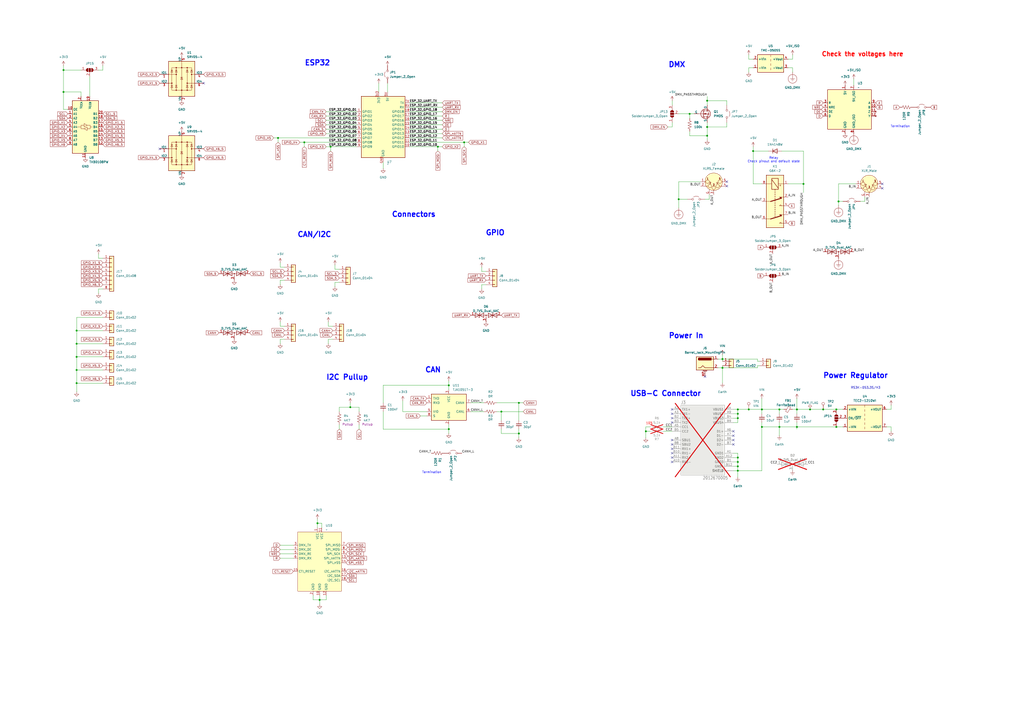
<source format=kicad_sch>
(kicad_sch (version 20231120) (generator "eeschema") (generator_version "8.0")
  (paper "A2")
  (junction (at 436.88 87.63))
  (junction (at 44.45 207.01))
  (junction (at 254 85.09))
  (junction (at 466.09 106.68))
  (junction (at 400.05 66.04))
  (junction (at 452.12 237.49))
  (junction (at 427.99 242.57))
  (junction (at 269.24 82.55))
  (junction (at 184.15 303.53))
  (junction (at 427.99 270.51))
  (junction (at 485.14 247.65))
  (junction (at 191.77 85.09))
  (junction (at 300.99 233.68))
  (junction (at 36.83 40.64))
  (junction (at 462.28 237.49))
  (junction (at 441.96 247.65))
  (junction (at 44.45 214.63))
  (junction (at 486.41 116.84))
  (junction (at 427.99 237.49))
  (junction (at 260.35 248.92))
  (junction (at 462.28 247.65))
  (junction (at 410.21 73.66))
  (junction (at 203.2 236.22))
  (junction (at 469.9 237.49))
  (junction (at 485.14 237.49))
  (junction (at 452.12 247.65))
  (junction (at 427.99 240.03))
  (junction (at 374.65 250.19))
  (junction (at 434.34 237.49))
  (junction (at 36.83 53.34))
  (junction (at 300.99 251.46))
  (junction (at 161.29 80.01))
  (junction (at 441.96 237.49))
  (junction (at 410.21 58.42))
  (junction (at 44.45 199.39))
  (junction (at 419.1 208.28))
  (junction (at 44.45 222.25))
  (junction (at 427.99 267.97))
  (junction (at 290.83 238.76))
  (junction (at 260.35 223.52))
  (junction (at 44.45 191.77))
  (junction (at 427.99 265.43))
  (junction (at 393.7 115.57))
  (junction (at 427.99 273.05))
  (junction (at 419.1 213.36))
  (junction (at 185.42 347.98))
  (junction (at 477.52 237.49))
  (junction (at 176.53 82.55))
  (junction (at 410.21 78.74))
  (no_connect (at 425.45 255.27))
  (no_connect (at 389.89 237.49))
  (no_connect (at 425.45 257.81))
  (no_connect (at 511.81 109.22))
  (no_connect (at 118.11 48.26))
  (no_connect (at 389.89 242.57))
  (no_connect (at 421.64 107.95))
  (no_connect (at 389.89 240.03))
  (no_connect (at 389.89 257.81))
  (no_connect (at 421.64 105.41))
  (no_connect (at 389.89 255.27))
  (no_connect (at 511.81 106.68))
  (no_connect (at 92.71 86.36))
  (no_connect (at 389.89 260.35))
  (no_connect (at 389.89 245.11))
  (no_connect (at 389.89 267.97))
  (no_connect (at 408.94 218.44))
  (no_connect (at 389.89 265.43))
  (no_connect (at 425.45 250.19))
  (no_connect (at 389.89 262.89))
  (no_connect (at 425.45 252.73))
  (wire (pts (xy 485.14 247.65) (xy 488.95 247.65)))
  (wire (pts (xy 427.99 262.89) (xy 427.99 265.43)))
  (wire (pts (xy 185.42 350.52) (xy 185.42 347.98)))
  (wire (pts (xy 237.49 80.01) (xy 256.54 80.01)))
  (wire (pts (xy 459.74 39.37) (xy 459.74 41.91)))
  (wire (pts (xy 279.4 165.1) (xy 279.4 167.64)))
  (wire (pts (xy 393.7 120.65) (xy 393.7 115.57)))
  (wire (pts (xy 441.96 245.11) (xy 441.96 247.65)))
  (wire (pts (xy 452.12 237.49) (xy 454.66 237.49)))
  (wire (pts (xy 57.15 147.32) (xy 57.15 149.86)))
  (wire (pts (xy 189.23 347.98) (xy 185.42 347.98)))
  (wire (pts (xy 441.96 247.65) (xy 441.96 273.05)))
  (wire (pts (xy 462.28 247.65) (xy 485.14 247.65)))
  (wire (pts (xy 486.41 106.68) (xy 486.41 116.84)))
  (wire (pts (xy 280.67 238.76) (xy 273.05 238.76)))
  (wire (pts (xy 419.1 208.28) (xy 419.1 209.55)))
  (wire (pts (xy 191.77 87.63) (xy 191.77 85.09)))
  (wire (pts (xy 44.45 207.01) (xy 59.69 207.01)))
  (wire (pts (xy 419.1 213.36) (xy 419.1 222.25)))
  (wire (pts (xy 441.96 240.03) (xy 441.96 237.49)))
  (wire (pts (xy 421.64 58.42) (xy 410.21 58.42)))
  (wire (pts (xy 44.45 184.15) (xy 44.45 191.77)))
  (wire (pts (xy 162.56 162.56) (xy 165.1 162.56)))
  (wire (pts (xy 36.83 63.5) (xy 36.83 53.34)))
  (wire (pts (xy 39.37 63.5) (xy 36.83 63.5)))
  (wire (pts (xy 247.65 241.3) (xy 243.84 241.3)))
  (wire (pts (xy 495.3 45.72) (xy 495.3 49.53)))
  (wire (pts (xy 393.7 115.57) (xy 393.7 105.41)))
  (wire (pts (xy 303.53 238.76) (xy 290.83 238.76)))
  (wire (pts (xy 452.12 245.11) (xy 452.12 247.65)))
  (wire (pts (xy 196.85 236.22) (xy 203.2 236.22)))
  (wire (pts (xy 176.53 85.09) (xy 176.53 82.55)))
  (wire (pts (xy 208.28 236.22) (xy 203.2 236.22)))
  (wire (pts (xy 427.99 273.05) (xy 441.96 273.05)))
  (wire (pts (xy 462.28 237.49) (xy 469.9 237.49)))
  (wire (pts (xy 186.69 306.07) (xy 186.69 303.53)))
  (wire (pts (xy 222.25 248.92) (xy 260.35 248.92)))
  (wire (pts (xy 466.09 106.68) (xy 457.2 106.68)))
  (wire (pts (xy 162.56 165.1) (xy 162.56 162.56)))
  (wire (pts (xy 416.56 208.28) (xy 419.1 208.28)))
  (wire (pts (xy 425.45 267.97) (xy 427.99 267.97)))
  (wire (pts (xy 427.99 237.49) (xy 434.34 237.49)))
  (wire (pts (xy 208.28 238.76) (xy 208.28 236.22)))
  (wire (pts (xy 389.89 71.12) (xy 389.89 73.66)))
  (wire (pts (xy 501.65 116.84) (xy 501.65 114.3)))
  (wire (pts (xy 466.09 87.63) (xy 466.09 106.68)))
  (wire (pts (xy 36.83 53.34) (xy 46.99 53.34)))
  (wire (pts (xy 290.83 238.76) (xy 290.83 243.84)))
  (wire (pts (xy 44.45 222.25) (xy 44.45 227.33)))
  (wire (pts (xy 44.45 214.63) (xy 59.69 214.63)))
  (wire (pts (xy 477.52 237.49) (xy 485.14 237.49)))
  (wire (pts (xy 269.24 82.55) (xy 271.78 82.55)))
  (wire (pts (xy 496.57 106.68) (xy 486.41 106.68)))
  (wire (pts (xy 162.56 199.39) (xy 162.56 196.85)))
  (wire (pts (xy 237.49 69.85) (xy 256.54 69.85)))
  (wire (pts (xy 374.65 250.19) (xy 374.65 254)))
  (wire (pts (xy 400.05 66.04) (xy 400.05 68.58)))
  (wire (pts (xy 196.85 246.38) (xy 196.85 248.92)))
  (wire (pts (xy 434.34 34.29) (xy 434.34 31.75)))
  (wire (pts (xy 441.96 237.49) (xy 452.12 237.49)))
  (wire (pts (xy 46.99 53.34) (xy 46.99 55.88)))
  (wire (pts (xy 393.7 66.04) (xy 400.05 66.04)))
  (wire (pts (xy 36.83 40.64) (xy 46.99 40.64)))
  (wire (pts (xy 410.21 73.66) (xy 410.21 78.74)))
  (wire (pts (xy 459.74 237.49) (xy 462.28 237.49)))
  (wire (pts (xy 452.12 237.49) (xy 452.12 240.03)))
  (wire (pts (xy 190.5 199.39) (xy 190.5 196.85)))
  (wire (pts (xy 436.88 85.09) (xy 436.88 87.63)))
  (wire (pts (xy 203.2 236.22) (xy 203.2 233.68)))
  (wire (pts (xy 427.99 270.51) (xy 427.99 273.05)))
  (wire (pts (xy 162.56 318.77) (xy 170.18 318.77)))
  (wire (pts (xy 44.45 207.01) (xy 44.45 214.63)))
  (wire (pts (xy 162.56 196.85) (xy 165.1 196.85)))
  (wire (pts (xy 290.83 238.76) (xy 288.29 238.76)))
  (wire (pts (xy 434.34 237.49) (xy 441.96 237.49)))
  (wire (pts (xy 436.88 87.63) (xy 436.88 106.68)))
  (wire (pts (xy 393.7 115.57) (xy 398.78 115.57)))
  (wire (pts (xy 222.25 238.76) (xy 222.25 248.92)))
  (wire (pts (xy 486.41 116.84) (xy 488.95 116.84)))
  (wire (pts (xy 162.56 186.69) (xy 162.56 189.23)))
  (wire (pts (xy 57.15 149.86) (xy 59.69 149.86)))
  (wire (pts (xy 237.49 85.09) (xy 254 85.09)))
  (wire (pts (xy 279.4 165.1) (xy 281.94 165.1)))
  (wire (pts (xy 44.45 199.39) (xy 44.45 207.01)))
  (wire (pts (xy 439.42 212.09) (xy 439.42 213.36)))
  (wire (pts (xy 162.56 189.23) (xy 165.1 189.23)))
  (wire (pts (xy 186.69 303.53) (xy 184.15 303.53)))
  (wire (pts (xy 290.83 251.46) (xy 300.99 251.46)))
  (wire (pts (xy 389.89 73.66) (xy 387.35 73.66)))
  (wire (pts (xy 374.65 247.65) (xy 377.19 247.65)))
  (wire (pts (xy 237.49 59.69) (xy 256.54 59.69)))
  (wire (pts (xy 194.31 153.67) (xy 194.31 156.21)))
  (wire (pts (xy 421.64 73.66) (xy 410.21 73.66)))
  (wire (pts (xy 439.42 209.55) (xy 439.42 208.28)))
  (wire (pts (xy 44.45 214.63) (xy 44.45 222.25)))
  (wire (pts (xy 36.83 38.1) (xy 36.83 40.64)))
  (wire (pts (xy 441.96 247.65) (xy 452.12 247.65)))
  (wire (pts (xy 440.69 209.55) (xy 439.42 209.55)))
  (wire (pts (xy 237.49 77.47) (xy 256.54 77.47)))
  (wire (pts (xy 237.49 72.39) (xy 256.54 72.39)))
  (wire (pts (xy 59.69 38.1) (xy 59.69 40.64)))
  (wire (pts (xy 237.49 64.77) (xy 256.54 64.77)))
  (wire (pts (xy 300.99 233.68) (xy 300.99 243.84)))
  (wire (pts (xy 421.64 71.12) (xy 421.64 73.66)))
  (wire (pts (xy 237.49 74.93) (xy 256.54 74.93)))
  (wire (pts (xy 189.23 77.47) (xy 207.01 77.47)))
  (wire (pts (xy 194.31 156.21) (xy 196.85 156.21)))
  (wire (pts (xy 189.23 67.31) (xy 207.01 67.31)))
  (wire (pts (xy 158.75 80.01) (xy 161.29 80.01)))
  (wire (pts (xy 59.69 191.77) (xy 44.45 191.77)))
  (wire (pts (xy 194.31 166.37) (xy 194.31 163.83)))
  (wire (pts (xy 190.5 186.69) (xy 190.5 189.23)))
  (wire (pts (xy 389.89 58.42) (xy 389.89 60.96)))
  (wire (pts (xy 425.45 262.89) (xy 427.99 262.89)))
  (wire (pts (xy 52.07 44.45) (xy 52.07 55.88)))
  (wire (pts (xy 181.61 347.98) (xy 181.61 345.44)))
  (wire (pts (xy 260.35 223.52) (xy 260.35 226.06)))
  (wire (pts (xy 452.12 247.65) (xy 452.12 252.73)))
  (wire (pts (xy 190.5 189.23) (xy 193.04 189.23)))
  (wire (pts (xy 514.35 247.65) (xy 516.89 247.65)))
  (wire (pts (xy 162.56 316.23) (xy 170.18 316.23)))
  (wire (pts (xy 36.83 40.64) (xy 36.83 53.34)))
  (wire (pts (xy 279.4 157.48) (xy 279.4 154.94)))
  (wire (pts (xy 459.74 34.29) (xy 459.74 31.75)))
  (wire (pts (xy 425.45 245.11) (xy 427.99 245.11)))
  (wire (pts (xy 457.2 34.29) (xy 459.74 34.29)))
  (wire (pts (xy 427.99 242.57) (xy 427.99 240.03)))
  (wire (pts (xy 254 85.09) (xy 256.54 85.09)))
  (wire (pts (xy 260.35 220.98) (xy 260.35 223.52)))
  (wire (pts (xy 44.45 222.25) (xy 59.69 222.25)))
  (wire (pts (xy 427.99 267.97) (xy 427.99 270.51)))
  (wire (pts (xy 237.49 62.23) (xy 256.54 62.23)))
  (wire (pts (xy 440.69 212.09) (xy 439.42 212.09)))
  (wire (pts (xy 427.99 240.03) (xy 427.99 237.49)))
  (wire (pts (xy 303.53 233.68) (xy 300.99 233.68)))
  (wire (pts (xy 161.29 80.01) (xy 207.01 80.01)))
  (wire (pts (xy 189.23 74.93) (xy 207.01 74.93)))
  (wire (pts (xy 419.1 212.09) (xy 419.1 213.36)))
  (wire (pts (xy 439.42 213.36) (xy 419.1 213.36)))
  (wire (pts (xy 421.64 60.96) (xy 421.64 58.42)))
  (wire (pts (xy 280.67 233.68) (xy 273.05 233.68)))
  (wire (pts (xy 425.45 273.05) (xy 427.99 273.05)))
  (wire (pts (xy 290.83 251.46) (xy 290.83 248.92)))
  (wire (pts (xy 400.05 76.2) (xy 400.05 78.74)))
  (wire (pts (xy 400.05 66.04) (xy 402.59 66.04)))
  (wire (pts (xy 57.15 170.18) (xy 57.15 167.64)))
  (wire (pts (xy 436.88 106.68) (xy 441.96 106.68)))
  (wire (pts (xy 189.23 64.77) (xy 207.01 64.77)))
  (wire (pts (xy 425.45 240.03) (xy 427.99 240.03)))
  (wire (pts (xy 393.7 105.41) (xy 406.4 105.41)))
  (wire (pts (xy 189.23 85.09) (xy 191.77 85.09)))
  (wire (pts (xy 57.15 167.64) (xy 59.69 167.64)))
  (wire (pts (xy 516.89 237.49) (xy 516.89 234.95)))
  (wire (pts (xy 59.69 40.64) (xy 57.15 40.64)))
  (wire (pts (xy 457.2 39.37) (xy 459.74 39.37)))
  (wire (pts (xy 222.25 97.79) (xy 222.25 93.98)))
  (wire (pts (xy 441.96 231.14) (xy 441.96 237.49)))
  (wire (pts (xy 184.15 303.53) (xy 184.15 306.07)))
  (wire (pts (xy 466.09 111.76) (xy 466.09 106.68)))
  (wire (pts (xy 374.65 247.65) (xy 374.65 250.19)))
  (wire (pts (xy 384.81 250.19) (xy 389.89 250.19)))
  (wire (pts (xy 208.28 246.38) (xy 208.28 248.92)))
  (wire (pts (xy 411.48 115.57) (xy 408.94 115.57)))
  (wire (pts (xy 436.88 34.29) (xy 434.34 34.29)))
  (wire (pts (xy 247.65 238.76) (xy 233.68 238.76)))
  (wire (pts (xy 237.49 67.31) (xy 256.54 67.31)))
  (wire (pts (xy 185.42 345.44) (xy 185.42 347.98)))
  (wire (pts (xy 300.99 251.46) (xy 300.99 254)))
  (wire (pts (xy 189.23 345.44) (xy 189.23 347.98)))
  (wire (pts (xy 191.77 85.09) (xy 207.01 85.09)))
  (wire (pts (xy 425.45 242.57) (xy 427.99 242.57)))
  (wire (pts (xy 279.4 157.48) (xy 281.94 157.48)))
  (wire (pts (xy 427.99 265.43) (xy 427.99 267.97)))
  (wire (pts (xy 486.41 119.38) (xy 486.41 116.84)))
  (wire (pts (xy 184.15 300.99) (xy 184.15 303.53)))
  (wire (pts (xy 410.21 58.42) (xy 410.21 60.96)))
  (wire (pts (xy 384.81 247.65) (xy 389.89 247.65)))
  (wire (pts (xy 427.99 273.05) (xy 427.99 276.86)))
  (wire (pts (xy 194.31 163.83) (xy 196.85 163.83)))
  (wire (pts (xy 189.23 72.39) (xy 207.01 72.39)))
  (wire (pts (xy 269.24 82.55) (xy 269.24 85.09)))
  (wire (pts (xy 419.1 208.28) (xy 439.42 208.28)))
  (wire (pts (xy 254 87.63) (xy 254 85.09)))
  (wire (pts (xy 427.99 245.11) (xy 427.99 242.57)))
  (wire (pts (xy 469.9 237.49) (xy 477.52 237.49)))
  (wire (pts (xy 162.56 321.31) (xy 170.18 321.31)))
  (wire (pts (xy 436.88 39.37) (xy 434.34 39.37)))
  (wire (pts (xy 300.99 248.92) (xy 300.99 251.46)))
  (wire (pts (xy 59.69 184.15) (xy 44.45 184.15)))
  (wire (pts (xy 516.89 247.65) (xy 516.89 250.19)))
  (wire (pts (xy 374.65 250.19) (xy 377.19 250.19)))
  (wire (pts (xy 260.35 251.46) (xy 260.35 248.92)))
  (wire (pts (xy 419.1 208.28) (xy 419.1 205.74)))
  (wire (pts (xy 400.05 78.74) (xy 410.21 78.74)))
  (wire (pts (xy 288.29 233.68) (xy 300.99 233.68)))
  (wire (pts (xy 452.12 247.65) (xy 462.28 247.65)))
  (wire (pts (xy 173.99 82.55) (xy 176.53 82.55)))
  (wire (pts (xy 434.34 39.37) (xy 434.34 41.91)))
  (wire (pts (xy 222.25 223.52) (xy 260.35 223.52)))
  (wire (pts (xy 410.21 55.88) (xy 410.21 58.42)))
  (wire (pts (xy 219.71 48.26) (xy 219.71 53.34)))
  (wire (pts (xy 436.88 87.63) (xy 445.77 87.63)))
  (wire (pts (xy 189.23 69.85) (xy 207.01 69.85)))
  (wire (pts (xy 224.79 48.26) (xy 224.79 53.34)))
  (wire (pts (xy 462.28 247.65) (xy 462.28 245.11)))
  (wire (pts (xy 185.42 347.98) (xy 181.61 347.98)))
  (wire (pts (xy 44.45 199.39) (xy 59.69 199.39)))
  (wire (pts (xy 499.11 116.84) (xy 501.65 116.84)))
  (wire (pts (xy 233.68 238.76) (xy 233.68 232.41)))
  (wire (pts (xy 425.45 265.43) (xy 427.99 265.43)))
  (wire (pts (xy 485.14 237.49) (xy 488.95 237.49)))
  (wire (pts (xy 260.35 248.92) (xy 260.35 246.38)))
  (wire (pts (xy 162.56 154.94) (xy 165.1 154.94)))
  (wire (pts (xy 196.85 238.76) (xy 196.85 236.22)))
  (wire (pts (xy 416.56 213.36) (xy 419.1 213.36)))
  (wire (pts (xy 410.21 71.12) (xy 410.21 73.66)))
  (wire (pts (xy 162.56 323.85) (xy 170.18 323.85)))
  (wire (pts (xy 462.28 237.49) (xy 462.28 240.03)))
  (wire (pts (xy 410.21 78.74) (xy 410.21 81.28)))
  (wire (pts (xy 269.24 82.55) (xy 237.49 82.55)))
  (wire (pts (xy 162.56 152.4) (xy 162.56 154.94)))
  (wire (pts (xy 462.28 247.65) (xy 462.28 248.92)))
  (wire (pts (xy 514.35 237.49) (xy 516.89 237.49)))
  (wire (pts (xy 453.39 87.63) (xy 466.09 87.63)))
  (wire (pts (xy 190.5 196.85) (xy 193.04 196.85)))
  (wire (pts (xy 425.45 237.49) (xy 427.99 237.49)))
  (wire (pts (xy 425.45 270.51) (xy 427.99 270.51)))
  (wire (pts (xy 44.45 191.77) (xy 44.45 199.39)))
  (wire (pts (xy 161.29 82.55) (xy 161.29 80.01)))
  (wire (pts (xy 176.53 82.55) (xy 207.01 82.55)))
  (wire (pts (xy 411.48 113.03) (xy 411.48 115.57)))
  (wire (pts (xy 222.25 233.68) (xy 222.25 223.52)))
  (wire (pts (xy 462.28 237.49) (xy 462.28 231.14)))
  (text "USB-C Connector" (at 365.506 230.124 0) (effects (font (size 3 3) (bold yes)) (justify left bottom)))
  (text "Connectors" (at 240.03 124.46 0) (effects (font (size 3 3) (thickness 0.6) (bold yes))))
  (text "CAN" (at 251.206 214.63 0) (effects (font (size 3 3) (thickness 0.6) (bold yes))))
  (text "10%" (at 374.65 246.38 0) (effects (font (size 1.27 1.27)) (justify left bottom)))
  (text "DMX" (at 392.684 37.592 0) (effects (font (size 3 3) (thickness 0.6) (bold yes))))
  (text "Termination" (at 250.444 274.066 0) (effects (font (size 1.27 1.27))))
  (text "RS3K-053.3S/H3" (at 502.158 225.044 0) (effects (font (size 1.27 1.27))))
  (text "Power In" (at 398.018 194.818 0) (effects (font (size 3 3) (thickness 0.6) (bold yes))))
  (text "Relay\nCheck pinout and default state" (at 448.818 92.71 0) (effects (font (size 1.27 1.27))))
  (text "Check the voltages here" (at 500.38 31.496 0) (effects (font (size 2.54 2.54) (thickness 0.508) (bold yes))))
  (text "ESP32" (at 184.15 36.576 0) (effects (font (size 3 3) (thickness 0.6) (bold yes))))
  (text "CAN/I2C" (at 182.372 136.144 0) (effects (font (size 3 3) (thickness 0.6) (bold yes))))
  (text "Termination" (at 522.224 73.406 0) (effects (font (size 1.27 1.27))))
  (text "I2C Pullup" (at 201.422 218.948 0) (effects (font (size 3 3) (thickness 0.6) (bold yes))))
  (text "GPIO" (at 287.274 135.128 0) (effects (font (size 3 3) (thickness 0.6) (bold yes))))
  (text "Power Regulator" (at 496.316 217.932 0) (effects (font (size 3 3) (thickness 0.6) (bold yes))))
  (label "DMX_PASSTHROUGH" (at 466.09 111.76 270))
  (label "ESP_32_GPIO_07" (at 207.01 80.01 180) (effects (font (bold yes))))
  (label "DMX_PASSTHROUGH" (at 410.21 55.88 180))
  (label "ESP_32_GPIO_14" (at 237.49 74.93 0) (effects (font (bold yes))))
  (label "CC2" (at 450.85 269.24 180))
  (label "B_OUT" (at 441.96 127 180))
  (label "A_IN" (at 457.2 114.3 0))
  (label "A_IN" (at 453.39 143.51 0))
  (label "ESP_32_GPIO_08" (at 207.01 82.55 180) (effects (font (bold yes))))
  (label "ESP_32_GPIO_15" (at 237.49 72.39 0) (effects (font (bold yes))))
  (label "CC1" (at 386.08 247.65 0))
  (label "ESP_32_GPIO_02" (at 207.01 67.31 180) (effects (font (bold yes))))
  (label "B_OUT" (at 448.31 163.83 270))
  (label "ESP_32_GPIO_06" (at 207.01 77.47 180) (effects (font (bold yes))))
  (label "ESP_32_GPIO_18" (at 237.49 64.77 0) (effects (font (bold yes))))
  (label "B_IN" (at 457.2 124.46 0))
  (label "CANH_L" (at 267.97 262.89 0))
  (label "ESP_32_GPIO_05" (at 207.01 74.93 180) (effects (font (bold yes))))
  (label "A_OUT" (at 441.96 116.84 180))
  (label "ESP_32_GPIO_11" (at 237.49 82.55 0) (effects (font (bold yes))))
  (label "ESP_32_GPIO_17" (at 237.49 67.31 0) (effects (font (bold yes))))
  (label "CC1" (at 468.63 269.24 0))
  (label "ESP_32_GPIO_09" (at 207.01 85.09 180) (effects (font (bold yes))))
  (label "A_OUT" (at 414.02 113.03 270))
  (label "A_IN" (at 504.19 114.3 270))
  (label "CANH_T" (at 273.05 233.68 0))
  (label "CANH_T" (at 250.19 262.89 180))
  (label "B_IN" (at 453.39 160.02 0))
  (label "CANH_L" (at 273.05 238.76 0))
  (label "CC2" (at 386.08 250.19 0))
  (label "A_OUT" (at 448.31 147.32 270))
  (label "ESP_32_GPIO_10" (at 237.49 85.09 0) (effects (font (bold yes))))
  (label "B_IN" (at 496.57 109.22 180))
  (label "B_OUT" (at 406.4 107.95 180))
  (label "ESP_32_GPIO_04" (at 207.01 72.39 180) (effects (font (bold yes))))
  (label "ESP_32_GPIO_13" (at 237.49 77.47 0) (effects (font (bold yes))))
  (label "ESP_32_UART_TX" (at 237.49 59.69 0) (effects (font (bold yes))))
  (label "B_OUT" (at 495.3 146.05 0))
  (label "ESP_32_GPIO_16" (at 237.49 69.85 0) (effects (font (bold yes))))
  (label "ESP_32_UART_RX" (at 237.49 62.23 0) (effects (font (bold yes))))
  (label "ESP_32_GPIO_01" (at 207.01 64.77 180) (effects (font (bold yes))))
  (label "ESP_32_GPIO_03" (at 207.01 69.85 180) (effects (font (bold yes))))
  (label "ESP_32_GPIO_12" (at 237.49 80.01 0) (effects (font (bold yes))))
  (label "A_OUT" (at 477.52 146.05 180))
  (global_label "CAN_RX" (shape input) (at 189.23 67.31 180) (property "Intersheetrefs" "${INTERSHEET_REFS}" (effects (hide yes))))
  (global_label "CAN_S" (shape input) (at 243.84 241.3 180) (property "Intersheetrefs" "${INTERSHEET_REFS}" (effects (hide yes))))
  (global_label "CANL" (shape input) (at 303.53 238.76 0) (property "Intersheetrefs" "${INTERSHEET_REFS}" (effects (hide yes))))
  (global_label "D" (shape input) (at 477.52 67.31 180) (property "Intersheetrefs" "${INTERSHEET_REFS}" (effects (hide yes))))
  (global_label "UART_RX" (shape input) (at 281.94 162.56 180) (property "Intersheetrefs" "${INTERSHEET_REFS}" (effects (hide yes))))
  (global_label "CANL" (shape input) (at 165.1 194.31 180) (property "Intersheetrefs" "${INTERSHEET_REFS}" (effects (hide yes))))
  (global_label "GPIO_X1" (shape input) (at 39.37 71.12 180) (property "Intersheetrefs" "${INTERSHEET_REFS}" (effects (hide yes))))
  (global_label "NRE" (shape input) (at 162.56 321.31 180) (property "Intersheetrefs" "${INTERSHEET_REFS}" (effects (hide yes))))
  (global_label "B" (shape input) (at 457.2 129.54 0) (property "Intersheetrefs" "${INTERSHEET_REFS}" (effects (hide yes))))
  (global_label "SDA" (shape input) (at 39.37 68.58 180) (property "Intersheetrefs" "${INTERSHEET_REFS}" (effects (hide yes))))
  (global_label "GPIO_X6_5" (shape input) (at 59.69 219.71 180) (property "Intersheetrefs" "${INTERSHEET_REFS}" (effects (hide yes))))
  (global_label "GPIO_X3_5" (shape input) (at 118.11 43.18 0) (property "Intersheetrefs" "${INTERSHEET_REFS}" (effects (hide yes))))
  (global_label "I2C_nATTN" (shape input) (at 200.66 331.47 0) (property "Intersheetrefs" "${INTERSHEET_REFS}" (effects (hide yes))))
  (global_label "SCL_5" (shape input) (at 144.78 158.75 0) (property "Intersheetrefs" "${INTERSHEET_REFS}" (effects (hide yes))))
  (global_label "SDA" (shape input) (at 189.23 72.39 180) (property "Intersheetrefs" "${INTERSHEET_REFS}" (effects (hide yes))))
  (global_label "GPIO_X3_5" (shape input) (at 59.69 157.48 180) (property "Intersheetrefs" "${INTERSHEET_REFS}" (effects (hide yes))))
  (global_label "SCL" (shape input) (at 200.66 336.55 0) (property "Intersheetrefs" "${INTERSHEET_REFS}" (effects (hide yes))))
  (global_label "SCL" (shape input) (at 39.37 66.04 180) (property "Intersheetrefs" "${INTERSHEET_REFS}" (effects (hide yes))))
  (global_label "GPIO_X2" (shape input) (at 256.54 85.09 0) (property "Intersheetrefs" "${INTERSHEET_REFS}" (effects (hide yes))))
  (global_label "DMX_EN" (shape input) (at 387.35 73.66 180) (property "Intersheetrefs" "${INTERSHEET_REFS}" (effects (hide yes))))
  (global_label "GPIO_X4" (shape input) (at 39.37 78.74 180) (property "Intersheetrefs" "${INTERSHEET_REFS}" (effects (hide yes))))
  (global_label "SDA_5" (shape input) (at 196.85 161.29 180) (property "Intersheetrefs" "${INTERSHEET_REFS}" (effects (hide yes))))
  (global_label "GPIO_X4_5" (shape input) (at 92.71 91.44 180) (property "Intersheetrefs" "${INTERSHEET_REFS}" (effects (hide yes))))
  (global_label "A" (shape input) (at 508 59.69 0) (property "Intersheetrefs" "${INTERSHEET_REFS}" (effects (hide yes))))
  (global_label "CTI_RESET" (shape input) (at 176.53 85.09 270) (property "Intersheetrefs" "${INTERSHEET_REFS}" (effects (hide yes))))
  (global_label "DE" (shape input) (at 256.54 72.39 0) (property "Intersheetrefs" "${INTERSHEET_REFS}" (effects (hide yes))))
  (global_label "SCL" (shape input) (at 189.23 69.85 180) (property "Intersheetrefs" "${INTERSHEET_REFS}" (effects (hide yes))))
  (global_label "GPIO_X5_5" (shape input) (at 59.69 81.28 0) (property "Intersheetrefs" "${INTERSHEET_REFS}" (effects (hide yes))))
  (global_label "CANH" (shape input) (at 193.04 191.77 180) (property "Intersheetrefs" "${INTERSHEET_REFS}" (effects (hide yes))))
  (global_label "B" (shape input) (at 539.75 62.23 0) (property "Intersheetrefs" "${INTERSHEET_REFS}" (effects (hide yes))))
  (global_label "R" (shape input) (at 256.54 67.31 0) (property "Intersheetrefs" "${INTERSHEET_REFS}" (effects (hide yes))))
  (global_label "GPIO_X2_5" (shape input) (at 59.69 154.94 180) (property "Intersheetrefs" "${INTERSHEET_REFS}" (effects (hide yes))))
  (global_label "SCL_5" (shape input) (at 196.85 158.75 180) (property "Intersheetrefs" "${INTERSHEET_REFS}" (effects (hide yes))))
  (global_label "CAN_S" (shape input) (at 189.23 74.93 180) (property "Intersheetrefs" "${INTERSHEET_REFS}" (effects (hide yes))))
  (global_label "GPIO_X4" (shape input) (at 173.99 82.55 180) (property "Intersheetrefs" "${INTERSHEET_REFS}" (effects (hide yes))))
  (global_label "SPI_nATTN" (shape input) (at 200.66 323.85 0) (property "Intersheetrefs" "${INTERSHEET_REFS}" (effects (hide yes))))
  (global_label "I2C_nATTN" (shape input) (at 256.54 80.01 0) (property "Intersheetrefs" "${INTERSHEET_REFS}" (effects (hide yes))))
  (global_label "SDA" (shape input) (at 200.66 334.01 0) (property "Intersheetrefs" "${INTERSHEET_REFS}" (effects (hide yes))))
  (global_label "SCL" (shape input) (at 208.28 248.92 270) (property "Intersheetrefs" "${INTERSHEET_REFS}" (effects (hide yes))))
  (global_label "CAN_TX" (shape input) (at 189.23 64.77 180) (property "Intersheetrefs" "${INTERSHEET_REFS}" (effects (hide yes))))
  (global_label "GPIO_X3_5" (shape input) (at 59.69 76.2 0) (property "Intersheetrefs" "${INTERSHEET_REFS}" (effects (hide yes))))
  (global_label "GPIO_X6_5" (shape input) (at 59.69 165.1 180) (property "Intersheetrefs" "${INTERSHEET_REFS}" (effects (hide yes))))
  (global_label "A" (shape input) (at 457.2 119.38 0) (property "Intersheetrefs" "${INTERSHEET_REFS}" (effects (hide yes))))
  (global_label "SPI_MISO" (shape input) (at 191.77 87.63 270) (property "Intersheetrefs" "${INTERSHEET_REFS}" (effects (hide yes))))
  (global_label "CANH" (shape input) (at 127 193.04 180) (property "Intersheetrefs" "${INTERSHEET_REFS}" (effects (hide yes))))
  (global_label "UART_TX" (shape input) (at 256.54 59.69 0) (property "Intersheetrefs" "${INTERSHEET_REFS}" (effects (hide yes))))
  (global_label "SPI_SCK" (shape input) (at 269.24 85.09 270) (property "Intersheetrefs" "${INTERSHEET_REFS}" (effects (hide yes))))
  (global_label "SDA_5" (shape input) (at 127 158.75 180) (property "Intersheetrefs" "${INTERSHEET_REFS}" (effects (hide yes))))
  (global_label "CAN_TX" (shape input) (at 247.65 231.14 180) (property "Intersheetrefs" "${INTERSHEET_REFS}" (effects (hide yes))))
  (global_label "R" (shape input) (at 477.52 59.69 180) (property "Intersheetrefs" "${INTERSHEET_REFS}" (effects (hide yes))))
  (global_label "GPIO_X2" (shape input) (at 39.37 73.66 180) (property "Intersheetrefs" "${INTERSHEET_REFS}" (effects (hide yes))))
  (global_label "GPIO_X4_5" (shape input) (at 59.69 78.74 0) (property "Intersheetrefs" "${INTERSHEET_REFS}" (effects (hide yes))))
  (global_label "B" (shape input) (at 443.23 160.02 180) (property "Intersheetrefs" "${INTERSHEET_REFS}" (effects (hide yes))))
  (global_label "UART_RX" (shape input) (at 273.05 182.88 180) (property "Intersheetrefs" "${INTERSHEET_REFS}" (effects (hide yes))))
  (global_label "CTI_RESET" (shape input) (at 170.18 331.47 180) (property "Intersheetrefs" "${INTERSHEET_REFS}" (effects (hide yes))))
  (global_label "UART_TX" (shape input) (at 281.94 160.02 180) (property "Intersheetrefs" "${INTERSHEET_REFS}" (effects (hide yes))))
  (global_label "GPIO_X5" (shape input) (at 39.37 81.28 180) (property "Intersheetrefs" "${INTERSHEET_REFS}" (effects (hide yes))))
  (global_label "R" (shape input) (at 162.56 323.85 180) (property "Intersheetrefs" "${INTERSHEET_REFS}" (effects (hide yes))))
  (global_label "GPIO_X1" (shape input) (at 271.78 82.55 0) (property "Intersheetrefs" "${INTERSHEET_REFS}" (effects (hide yes))))
  (global_label "GPIO_X1_5" (shape input) (at 92.71 48.26 180) (property "Intersheetrefs" "${INTERSHEET_REFS}" (effects (hide yes))))
  (global_label "UART_RX" (shape input) (at 256.54 62.23 0) (property "Intersheetrefs" "${INTERSHEET_REFS}" (effects (hide yes))))
  (global_label "A" (shape input) (at 521.97 62.23 180) (property "Intersheetrefs" "${INTERSHEET_REFS}" (effects (hide yes))))
  (global_label "GPIO_X6" (shape input) (at 189.23 77.47 180) (property "Intersheetrefs" "${INTERSHEET_REFS}" (effects (hide yes))))
  (global_label "CANH" (shape input) (at 165.1 191.77 180) (property "Intersheetrefs" "${INTERSHEET_REFS}" (effects (hide yes))))
  (global_label "GPIO_X1_5" (shape input) (at 59.69 71.12 0) (property "Intersheetrefs" "${INTERSHEET_REFS}" (effects (hide yes))))
  (global_label "GPIO_X2_5" (shape input) (at 92.71 43.18 180) (property "Intersheetrefs" "${INTERSHEET_REFS}" (effects (hide yes))))
  (global_label "GPIO_X6_5" (shape input) (at 118.11 86.36 0) (property "Intersheetrefs" "${INTERSHEET_REFS}" (effects (hide yes))))
  (global_label "SCL_5" (shape input) (at 165.1 157.48 180) (property "Intersheetrefs" "${INTERSHEET_REFS}" (effects (hide yes))))
  (global_label "SPI_MOSI" (shape input) (at 254 87.63 270) (property "Intersheetrefs" "${INTERSHEET_REFS}" (effects (hide yes))))
  (global_label "SPI_SCK" (shape input) (at 200.66 321.31 0) (property "Intersheetrefs" "${INTERSHEET_REFS}" (effects (hide yes))))
  (global_label "GPIO_X4_5" (shape input) (at 59.69 204.47 180) (property "Intersheetrefs" "${INTERSHEET_REFS}" (effects (hide yes))))
  (global_label "GPIO_X2_5" (shape input) (at 59.69 189.23 180) (property "Intersheetrefs" "${INTERSHEET_REFS}" (effects (hide yes))))
  (global_label "SPI_nATTN" (shape input) (at 256.54 77.47 0) (property "Intersheetrefs" "${INTERSHEET_REFS}" (effects (hide yes))))
  (global_label "SDA_5" (shape input) (at 59.69 68.58 0) (property "Intersheetrefs" "${INTERSHEET_REFS}" (effects (hide yes))))
  (global_label "DE" (shape input) (at 162.56 318.77 180) (property "Intersheetrefs" "${INTERSHEET_REFS}" (effects (hide yes))))
  (global_label "GPIO_X5_5" (shape input) (at 59.69 212.09 180) (property "Intersheetrefs" "${INTERSHEET_REFS}" (effects (hide yes))))
  (global_label "D" (shape input) (at 162.56 316.23 180) (property "Intersheetrefs" "${INTERSHEET_REFS}" (effects (hide yes))))
  (global_label "SPI_MISO" (shape input) (at 200.66 316.23 0) (property "Intersheetrefs" "${INTERSHEET_REFS}" (effects (hide yes))))
  (global_label "DMX_EN" (shape input) (at 256.54 64.77 0) (property "Intersheetrefs" "${INTERSHEET_REFS}" (effects (hide yes))))
  (global_label "CANH" (shape input) (at 303.53 233.68 0) (property "Intersheetrefs" "${INTERSHEET_REFS}" (effects (hide yes))))
  (global_label "NRE" (shape input) (at 477.52 62.23 180) (property "Intersheetrefs" "${INTERSHEET_REFS}" (effects (hide yes))))
  (global_label "UART_TX" (shape input) (at 290.83 182.88 0) (property "Intersheetrefs" "${INTERSHEET_REFS}" (effects (hide yes))))
  (global_label "GPIO_X3" (shape input) (at 39.37 76.2 180) (property "Intersheetrefs" "${INTERSHEET_REFS}" (effects (hide yes))))
  (global_label "D" (shape input) (at 256.54 74.93 0) (property "Intersheetrefs" "${INTERSHEET_REFS}" (effects (hide yes))))
  (global_label "DE" (shape input) (at 477.52 64.77 180) (property "Intersheetrefs" "${INTERSHEET_REFS}" (effects (hide yes))))
  (global_label "GPIO_X6_5" (shape input) (at 59.69 83.82 0) (property "Intersheetrefs" "${INTERSHEET_REFS}" (effects (hide yes))))
  (global_label "GPIO_X5_5" (shape input) (at 59.69 162.56 180) (property "Intersheetrefs" "${INTERSHEET_REFS}" (effects (hide yes))))
  (global_label "GPIO_X3" (shape input) (at 189.23 85.09 180) (property "Intersheetrefs" "${INTERSHEET_REFS}" (effects (hide yes))))
  (global_label "SDA_5" (shape input) (at 165.1 160.02 180) (property "Intersheetrefs" "${INTERSHEET_REFS}" (effects (hide yes))))
  (global_label "CANL" (shape input) (at 144.78 193.04 0) (property "Intersheetrefs" "${INTERSHEET_REFS}" (effects (hide yes))))
  (global_label "CANL" (shape input) (at 193.04 194.31 180) (property "Intersheetrefs" "${INTERSHEET_REFS}" (effects (hide yes))))
  (global_label "SPI_nSS" (shape input) (at 161.29 82.55 270) (property "Intersheetrefs" "${INTERSHEET_REFS}" (effects (hide yes))))
  (global_label "GPIO_X6" (shape input) (at 39.37 83.82 180) (property "Intersheetrefs" "${INTERSHEET_REFS}" (effects (hide yes))))
  (global_label "GPIO_X4_5" (shape input) (at 59.69 160.02 180) (property "Intersheetrefs" "${INTERSHEET_REFS}" (effects (hide yes))))
  (global_label "SDA" (shape input) (at 196.85 248.92 270) (property "Intersheetrefs" "${INTERSHEET_REFS}" (effects (hide yes))))
  (global_label "CAN_RX" (shape input) (at 247.65 233.68 180) (property "Intersheetrefs" "${INTERSHEET_REFS}" (effects (hide yes))))
  (global_label "SPI_nSS" (shape input) (at 200.66 326.39 0) (property "Intersheetrefs" "${INTERSHEET_REFS}" (effects (hide yes))))
  (global_label "GPIO_X5" (shape input) (at 158.75 80.01 180) (property "Intersheetrefs" "${INTERSHEET_REFS}" (effects (hide yes))))
  (global_label "A" (shape input) (at 443.23 143.51 180) (property "Intersheetrefs" "${INTERSHEET_REFS}" (effects (hide yes))))
  (global_label "GPIO_X3_5" (shape input) (at 59.69 196.85 180) (property "Intersheetrefs" "${INTERSHEET_REFS}" (effects (hide yes))))
  (global_label "SCL_5" (shape input) (at 59.69 66.04 0) (property "Intersheetrefs" "${INTERSHEET_REFS}" (effects (hide yes))))
  (global_label "GPIO_X5_5" (shape input) (at 118.11 91.44 0) (property "Intersheetrefs" "${INTERSHEET_REFS}" (effects (hide yes))))
  (global_label "GPIO_X1_5" (shape input) (at 59.69 181.61 180) (property "Intersheetrefs" "${INTERSHEET_REFS}" (effects (hide yes))))
  (global_label "NRE" (shape input) (at 256.54 69.85 0) (property "Intersheetrefs" "${INTERSHEET_REFS}" (effects (hide yes))))
  (global_label "GPIO_X1_5" (shape input) (at 59.69 152.4 180) (property "Intersheetrefs" "${INTERSHEET_REFS}" (effects (hide yes))))
  (global_label "GPIO_X2_5" (shape input) (at 59.69 73.66 0) (property "Intersheetrefs" "${INTERSHEET_REFS}" (effects (hide yes))))
  (global_label "SPI_MOSI" (shape input) (at 200.66 318.77 0) (property "Intersheetrefs" "${INTERSHEET_REFS}" (effects (hide yes))))
  (global_label "B" (shape input) (at 508 62.23 0) (property "Intersheetrefs" "${INTERSHEET_REFS}" (effects (hide yes))))
  (symbol (lib_id "Relay:G6K-2") (at 449.58 116.84 270) (unit 1)
    (property "Reference" "K1" (at 449.58 96.52 90))
    (property "Value" "G6K-2" (at 449.58 99.06 90))
    (property "Footprint" "Relay_SMD:Relay_DPDT_Omron_G6K-2F" (effects (hide yes)))
    (property "Datasheet" "http://omronfs.omron.com/en_US/ecb/products/pdf/en-g6k.pdf" (effects (hide yes)))
    (property "Description" "Miniature 2-pole relay, Single-side Stable" (effects (hide yes)))
  )
  (symbol (lib_id "Jumper:Jumper_2_Open") (at 262.89 262.89 0) (unit 1) (exclude_from_sim yes)
    (property "Reference" "JP2" (at 264.1601 264.16 90) (effects (justify right)))
    (property "Value" "Jumper_2_Open" (at 261.6201 264.16 90) (effects (justify right)))
    (property "Footprint" "Jumper:SolderJumper-2_P1.3mm_Open_RoundedPad1.0x1.5mm" (effects (hide yes)))
    (property "Description" "Jumper, 2-pole, open" (effects (hide yes)))
  )
  (symbol (lib_id "power:GND") (at 279.4 167.64 0) (unit 1)
    (property "Reference" "#PWR037" (effects (hide yes)))
    (property "Value" "GND" (at 279.4 172.72 0))
    (property "Description" "Power symbol creates a global label with name \"GND\" , ground" (effects (hide yes)))
  )
  (symbol (lib_id "power:+3V3") (at 233.68 232.41 0) (unit 1)
    (property "Reference" "#PWR051" (effects (hide yes)))
    (property "Value" "+3V3" (at 233.68 227.33 0))
    (property "Description" "Power symbol creates a global label with name \"+3V3\"" (effects (hide yes)))
  )
  (symbol (lib_id "Interface_CAN_LIN:TJA1051T-3") (at 260.35 236.22 0) (unit 1)
    (property "Reference" "U11" (at 262.5441 223.52 0) (effects (justify left)))
    (property "Value" "TJA1051T-3" (at 262.5441 226.06 0) (effects (justify left)))
    (property "Footprint" "Package_SO:SOIC-8_3.9x4.9mm_P1.27mm" (effects (hide yes)))
    (property "Datasheet" "http://www.nxp.com/docs/en/data-sheet/TJA1051.pdf" (effects (hide yes)))
    (property "Description" "High-Speed CAN Transceiver, separate VIO, silent mode, SOIC-8" (effects (hide yes)))
    (property "LCSC" "C5342108" (effects (hide yes)))
  )
  (symbol (lib_id "power:+5VA") (at 495.3 45.72 0) (unit 1)
    (property "Reference" "#PWR030" (effects (hide yes)))
    (property "Value" "+5V_ISO" (at 495.3 40.64 0))
    (property "Description" "Power symbol creates a global label with name \"+5VA\"" (effects (hide yes)))
  )
  (symbol (lib_id "power:+3V3") (at 516.89 234.95 0) (unit 1)
    (property "Reference" "#PWR010" (effects (hide yes)))
    (property "Value" "+3V3" (at 516.89 229.87 0))
    (property "Description" "Power symbol creates a global label with name \"+3V3\"" (effects (hide yes)))
  )
  (symbol (lib_id "power:GND") (at 281.94 186.69 0) (unit 1)
    (property "Reference" "#PWR042" (effects (hide yes)))
    (property "Value" "GND" (at 281.94 191.77 0))
    (property "Description" "Power symbol creates a global label with name \"GND\" , ground" (effects (hide yes)))
  )
  (symbol (lib_id "power:Earth") (at 459.74 273.05 0) (unit 1)
    (property "Reference" "#PWR026" (effects (hide yes)))
    (property "Value" "Earth" (at 459.74 278.13 0))
    (property "Description" "Power symbol creates a global label with name \"Earth\"" (effects (hide yes)))
  )
  (symbol (lib_id "Logic_LevelTranslator:TXB0108PW") (at 49.53 73.66 0) (unit 1)
    (property "Reference" "U8" (at 51.7241 91.44 0) (effects (justify left)))
    (property "Value" "TXB0108PW" (at 51.7241 93.98 0) (effects (justify left)))
    (property "Footprint" "Package_SO:TSSOP-20_4.4x6.5mm_P0.65mm" (effects (hide yes)))
    (property "Datasheet" "http://www.ti.com/lit/ds/symlink/txb0108.pdf" (effects (hide yes)))
    (property "Description" "8-Bit Bidirectional Voltage-Level Translator, Auto Direction Sensing and ±15-kV ESD Protection, 1.2 - 3.6V APort, 1.65 - 5.5V BPort, TSSOP-20" (effects (hide yes)))
  )
  (symbol (lib_id "power:GND") (at 516.89 250.19 0) (unit 1)
    (property "Reference" "#PWR011" (effects (hide yes)))
    (property "Value" "GND" (at 516.89 255.27 0))
    (property "Description" "Power symbol creates a global label with name \"GND\" , ground" (effects (hide yes)))
  )
  (symbol (lib_id "power:GND") (at 490.22 77.47 0) (unit 1)
    (property "Reference" "#PWR029" (effects (hide yes)))
    (property "Value" "GND" (at 490.22 82.55 0))
    (property "Description" "Power symbol creates a global label with name \"GND\" , ground" (effects (hide yes)))
  )
  (symbol (lib_id "Connector_Generic:Conn_01x02") (at 64.77 204.47 0) (unit 1)
    (property "Reference" "J13" (at 67.31 204.4699 0) (effects (justify left)))
    (property "Value" "Conn_01x02" (at 67.31 207.0099 0) (effects (justify left)))
    (property "Footprint" "MHCI:2060-452-998-404 Wago" (effects (hide yes)))
    (property "Description" "Generic connector, single row, 01x02, script generated (kicad-library-utils/schlib/autogen/connector/)" (effects (hide yes)))
  )
  (symbol (lib_id "power:GND") (at 49.53 91.44 0) (unit 1)
    (property "Reference" "#PWR027" (effects (hide yes)))
    (property "Value" "GND" (at 49.53 96.52 0))
    (property "Description" "Power symbol creates a global label with name \"GND\" , ground" (effects (hide yes)))
  )
  (symbol (lib_id "power:GND") (at 135.89 196.85 0) (unit 1)
    (property "Reference" "#PWR043" (effects (hide yes)))
    (property "Value" "GND" (at 135.89 201.93 0))
    (property "Description" "Power symbol creates a global label with name \"GND\" , ground" (effects (hide yes)))
  )
  (symbol (lib_id "Connector_Audio:XLR5_Ground") (at 414.02 105.41 0) (unit 1)
    (property "Reference" "J2" (at 414.02 95.25 0))
    (property "Value" "XLR5_Female" (at 414.02 97.79 0))
    (property "Footprint" "MHCI:Jack_XLR_Neutrik_NC5FAH_LR-DAE" (effects (hide yes)))
    (property "Description" "XLR Connector, Male or Female, 5 Pins, Discrete Ground Pin" (effects (hide yes)))
  )
  (symbol (lib_id "power:GND") (at 105.41 58.42 0) (unit 1)
    (property "Reference" "#PWR046" (effects (hide yes)))
    (property "Value" "GND" (at 105.41 63.5 0))
    (property "Description" "Power symbol creates a global label with name \"GND\" , ground" (effects (hide yes)))
  )
  (symbol (lib_id "Device:D_TVS_Dual_AAC") (at 459.74 269.24 0) (unit 1) (exclude_from_sim yes) (in_bom no) (on_board no) (dnp yes)
    (property "Reference" "D2" (at 459.74 264.16 0))
    (property "Value" "D_TVS_Dual_AAC" (at 459.74 266.7 0))
    (property "Footprint" "Package_TO_SOT_SMD:SOT-23" (effects (hide yes)))
    (property "Description" "Bidirectional dual transient-voltage-suppression diode, center on pin 3" (effects (hide yes)))
    (property "LCSC" "C32677" (effects (hide yes)))
  )
  (symbol (lib_id "power:GND") (at 162.56 199.39 0) (unit 1)
    (property "Reference" "#PWR055" (effects (hide yes)))
    (property "Value" "GND" (at 162.56 204.47 0))
    (property "Description" "Power symbol creates a global label with name \"GND\" , ground" (effects (hide yes)))
  )
  (symbol (lib_id "power:+5V") (at 190.5 186.69 0) (unit 1)
    (property "Reference" "#PWR056" (effects (hide yes)))
    (property "Value" "+5V" (at 190.5 181.61 0))
    (property "Description" "Power symbol creates a global label with name \"+5V\"" (effects (hide yes)))
  )
  (symbol (lib_id "Converter_DCDC:TEC2-1210WI") (at 501.65 242.57 0) (unit 1)
    (property "Reference" "U4" (at 501.65 229.87 0))
    (property "Value" "TEC2-1210WI" (at 501.65 232.41 0))
    (property "Footprint" "Converter_DCDC:Converter_DCDC_TRACO_TMR-xxxx_THT" (effects (hide yes)))
    (property "Datasheet" "https://www.tracopower.com/products/tec2wi.pdf" (effects (hide yes)))
    (property "Description" "500mA Regulated 2W DC/DC converter with 1.5kV isolation, 4.5V-18V input, 3.3V fixed Output Voltage, SIP-8" (effects (hide yes)))
  )
  (symbol (lib_id "Connector_Generic:Conn_01x02") (at 64.77 189.23 0) (unit 1)
    (property "Reference" "J11" (at 67.31 189.2299 0) (effects (justify left)))
    (property "Value" "Conn_01x02" (at 67.31 191.7699 0) (effects (justify left)))
    (property "Footprint" "MHCI:2060-452-998-404 Wago" (effects (hide yes)))
    (property "Description" "Generic connector, single row, 01x02, script generated (kicad-library-utils/schlib/autogen/connector/)" (effects (hide yes)))
  )
  (symbol (lib_id "Device:D_TVS_Dual_AAC") (at 135.89 193.04 0) (unit 1)
    (property "Reference" "D5" (at 135.89 187.96 0))
    (property "Value" "D_TVS_Dual_AAC" (at 135.89 190.5 0))
    (property "Footprint" "Package_TO_SOT_SMD:SOT-23" (effects (hide yes)))
    (property "Description" "Bidirectional dual transient-voltage-suppression diode, center on pin 3" (effects (hide yes)))
    (property "LCSC" "C32677" (effects (hide yes)))
  )
  (symbol (lib_id "Jumper:SolderJumper_3_Open") (at 448.31 160.02 0) (unit 1) (exclude_from_sim yes) (in_bom no)
    (property "Reference" "JP6" (at 448.31 153.67 0))
    (property "Value" "SolderJumper_3_Open" (at 448.31 156.21 0))
    (property "Footprint" "Jumper:SolderJumper-3_P1.3mm_Open_RoundedPad1.0x1.5mm" (effects (hide yes)))
    (property "Description" "Solder Jumper, 3-pole, open" (effects (hide yes)))
  )
  (symbol (lib_id "power:Earth") (at 419.1 222.25 0) (unit 1)
    (property "Reference" "#PWR025" (effects (hide yes)))
    (property "Value" "Earth" (at 419.1 227.33 0))
    (property "Description" "Power symbol creates a global label with name \"Earth\"" (effects (hide yes)))
  )
  (symbol (lib_id "Device:C_Small") (at 290.83 246.38 180) (unit 1)
    (property "Reference" "C2" (at 293.37 245.1035 0) (effects (justify right)))
    (property "Value" "30pF" (at 293.37 247.6435 0) (effects (justify right)))
    (property "Footprint" "Capacitor_SMD:C_0402_1005Metric" (effects (hide yes)))
    (property "Description" "Unpolarized capacitor, small symbol" (effects (hide yes)))
    (property "LCSC" "C1570" (effects (hide yes)))
  )
  (symbol (lib_id "Jumper:Jumper_2_Open") (at 403.86 115.57 0) (unit 1) (exclude_from_sim yes)
    (property "Reference" "JP3" (at 405.1301 116.84 90) (effects (justify right)))
    (property "Value" "Jumper_2_Open" (at 402.5901 116.84 90) (effects (justify right)))
    (property "Footprint" "Jumper:SolderJumper-2_P1.3mm_Open_RoundedPad1.0x1.5mm" (effects (hide yes)))
    (property "Description" "Jumper, 2-pole, open" (effects (hide yes)))
  )
  (symbol (lib_id "Jumper:SolderJumper_3_Open") (at 485.14 242.57 90) (unit 1) (exclude_from_sim yes) (in_bom no)
    (property "Reference" "JP14" (at 482.6 241.2999 90) (effects (justify left)))
    (property "Value" "SolderJumper_3_Open" (effects (hide yes)))
    (property "Footprint" "Jumper:SolderJumper-3_P1.3mm_Open_RoundedPad1.0x1.5mm" (effects (hide yes)))
    (property "Description" "Solder Jumper, 3-pole, open" (effects (hide yes)))
  )
  (symbol (lib_id "power:PWR_FLAG") (at 469.9 237.49 0) (unit 1)
    (property "Reference" "#FLG01" (effects (hide yes)))
    (property "Value" "PWR_FLAG" (at 469.9 233.68 0))
  )
  (symbol (lib_id "power:+3V3") (at 219.71 48.26 0) (unit 1)
    (property "Reference" "#PWR01" (effects (hide yes)))
    (property "Value" "+3V3" (at 219.71 43.18 0))
    (property "Description" "Power symbol creates a global label with name \"+3V3\"" (effects (hide yes)))
  )
  (symbol (lib_id "Connector:TestPoint") (at 434.34 237.49 0) (unit 1)
    (property "Reference" "TP1" (at 436.88 232.9179 0) (effects (justify left)))
    (property "Value" "VIN" (at 436.88 235.4579 0) (effects (justify left)))
    (property "Footprint" "TestPoint:TestPoint_Pad_D1.0mm" (effects (hide yes)))
    (property "Description" "test point" (effects (hide yes)))
  )
  (symbol (lib_id "Device:C_Small") (at 222.25 236.22 0) (unit 1)
    (property "Reference" "C1" (at 224.79 234.9562 0) (effects (justify left)))
    (property "Value" "100nF" (at 224.79 237.4962 0) (effects (justify left)))
    (property "Footprint" "Capacitor_SMD:C_0402_1005Metric" (effects (hide yes)))
    (property "Description" "Unpolarized capacitor, small symbol" (effects (hide yes)))
    (property "LCSC" "C1525" (effects (hide yes)))
  )
  (symbol (lib_id "power:+5V") (at 194.31 153.67 0) (unit 1)
    (property "Reference" "#PWR035" (effects (hide yes)))
    (property "Value" "+5V" (at 194.31 148.59 0))
    (property "Description" "Power symbol creates a global label with name \"+5V\"" (effects (hide yes)))
  )
  (symbol (lib_id "Connector_Generic:Conn_01x08") (at 64.77 157.48 0) (unit 1)
    (property "Reference" "J17" (at 67.31 157.4799 0) (effects (justify left)))
    (property "Value" "Conn_01x08" (at 67.31 160.0199 0) (effects (justify left)))
    (property "Footprint" "Connector_PinSocket_2.54mm:PinSocket_1x08_P2.54mm_Vertical" (effects (hide yes)))
    (property "Description" "Generic connector, single row, 01x08, script generated (kicad-library-utils/schlib/autogen/connector/)" (effects (hide yes)))
  )
  (symbol (lib_id "Connector_Generic:Conn_01x04") (at 201.93 158.75 0) (unit 1)
    (property "Reference" "J7" (at 204.47 158.7499 0) (effects (justify left)))
    (property "Value" "Conn_01x04" (at 204.47 161.2899 0) (effects (justify left)))
    (property "Footprint" "Connector_PinSocket_2.54mm:PinSocket_1x04_P2.54mm_Vertical" (effects (hide yes)))
    (property "Description" "Generic connector, single row, 01x04, script generated (kicad-library-utils/schlib/autogen/connector/)" (effects (hide yes)))
  )
  (symbol (lib_id "power:Earth") (at 427.99 276.86 0) (unit 1)
    (property "Reference" "#PWR021" (effects (hide yes)))
    (property "Value" "Earth" (at 427.99 281.94 0))
    (property "Description" "Power symbol creates a global label with name \"Earth\"" (effects (hide yes)))
  )
  (symbol (lib_id "Simulation_SPICE:PMOS") (at 407.67 66.04 0) (unit 1)
    (property "Reference" "Q1" (at 414.02 64.7699 0) (effects (justify left)))
    (property "Value" "PMOS" (at 414.02 67.3099 0) (effects (justify left)))
    (property "Footprint" "Package_TO_SOT_SMD:SOT-23" (effects (hide yes)))
    (property "Datasheet" "https://ngspice.sourceforge.io/docs/ngspice-html-manual/manual.xhtml#cha_MOSFETs" (effects (hide yes)))
    (property "Description" "P-MOSFET transistor, drain/source/gate" (effects (hide yes)))
    (property "Sim.Device" "PMOS" (effects (hide yes)))
    (property "Sim.Type" "VDMOS" (effects (hide yes)))
    (property "Sim.Pins" "1=D 2=G 3=S" (effects (hide yes)))
    (property "LCSC" "C10487" (effects (hide yes)))
  )
  (symbol (lib_id "Connector_Generic:Conn_01x04") (at 170.18 191.77 0) (unit 1)
    (property "Reference" "J16" (at 172.72 191.7699 0) (effects (justify left)))
    (property "Value" "Conn_01x04" (at 172.72 194.3099 0) (effects (justify left)))
    (property "Footprint" "Connector_PinSocket_2.54mm:PinSocket_1x04_P2.54mm_Vertical" (effects (hide yes)))
    (property "Description" "Generic connector, single row, 01x04, script generated (kicad-library-utils/schlib/autogen/connector/)" (effects (hide yes)))
  )
  (symbol (lib_id "Device:R_US") (at 381 250.19 270) (unit 1) (exclude_from_sim yes) (in_bom no) (on_board no) (dnp yes)
    (property "Reference" "R7" (at 381 254.762 90))
    (property "Value" "5.1k" (at 381 252.476 90))
    (property "Footprint" "Resistor_SMD:R_0603_1608Metric" (effects (hide yes)))
    (property "Description" "Rfbb" (effects (hide yes)))
    (property "LCSC" "C23186" (effects (hide yes)))
  )
  (symbol (lib_id "power:Earth_Protective") (at 393.7 120.65 0) (unit 1)
    (property "Reference" "#PWR016" (effects (hide yes)))
    (property "Value" "GND_DMX" (at 393.7 129.54 0))
    (property "Description" "Power symbol creates a global label with name \"Earth_Protective\"" (effects (hide yes)))
  )
  (symbol (lib_id "Device:D_TVS_Dual_AAC") (at 486.41 146.05 0) (unit 1)
    (property "Reference" "D4" (at 486.41 140.97 0))
    (property "Value" "D_TVS_Dual_AAC" (at 486.41 143.51 0))
    (property "Footprint" "Package_TO_SOT_SMD:SOT-23" (effects (hide yes)))
    (property "Description" "Bidirectional dual transient-voltage-suppression diode, center on pin 3" (effects (hide yes)))
    (property "LCSC" "C32677" (effects (hide yes)))
  )
  (symbol (lib_id "power:+5V") (at 105.41 33.02 0) (unit 1)
    (property "Reference" "#PWR041" (effects (hide yes)))
    (property "Value" "+5V" (at 105.41 27.94 0))
    (property "Description" "Power symbol creates a global label with name \"+5V\"" (effects (hide yes)))
  )
  (symbol (lib_id "power:GND") (at 260.35 251.46 0) (unit 1)
    (property "Reference" "#PWR05" (effects (hide yes)))
    (property "Value" "GND" (at 260.35 256.54 0))
    (property "Description" "Power symbol creates a global label with name \"GND\" , ground" (effects (hide yes)))
  )
  (symbol (lib_id "ESP32_Dev_Board-eagle-import:2012670005") (at 407.67 255.27 0) (unit 1) (exclude_from_sim yes) (in_bom no) (on_board no) (dnp yes)
    (property "Reference" "J3" (at 394.9491 234.4105 0) (effects (font (size 1.7809 1.5137)) (justify left bottom)))
    (property "Value" "2012670005" (at 407.6437 278.1774 0) (effects (font (size 1.7816 1.5143)) (justify left bottom)))
    (property "Footprint" "LandingLight:MOLEX_2012670005" (effects (hide yes)))
    (property "LCSC" "C565324" (effects (hide yes)))
  )
  (symbol (lib_id "power:VDC") (at 441.96 231.14 0) (unit 1)
    (property "Reference" "#PWR07" (effects (hide yes)))
    (property "Value" "VIN" (at 441.96 226.06 0))
    (property "Description" "Power symbol creates a global label with name \"VDC\"" (effects (hide yes)))
  )
  (symbol (lib_id "Connector_Generic:Conn_01x02") (at 445.77 209.55 0) (unit 1)
    (property "Reference" "J9" (at 448.31 209.5499 0) (effects (justify left)))
    (property "Value" "Conn_01x02" (at 448.31 212.0899 0) (effects (justify left)))
    (property "Footprint" "Connector_PinHeader_2.54mm:PinHeader_1x02_P2.54mm_Vertical" (effects (hide yes)))
    (property "Description" "Generic connector, single row, 01x02, script generated (kicad-library-utils/schlib/autogen/connector/)" (effects (hide yes)))
  )
  (symbol (lib_id "Jumper:SolderJumper_3_Open") (at 448.31 143.51 0) (unit 1) (exclude_from_sim yes) (in_bom no)
    (property "Reference" "JP5" (at 448.31 137.16 0))
    (property "Value" "SolderJumper_3_Open" (at 448.31 139.7 0))
    (property "Footprint" "Jumper:SolderJumper-3_P1.3mm_Open_RoundedPad1.0x1.5mm" (effects (hide yes)))
    (property "Description" "Solder Jumper, 3-pole, open" (effects (hide yes)))
  )
  (symbol (lib_id "Device:D") (at 449.58 87.63 0) (unit 1)
    (property "Reference" "D1" (at 449.58 81.28 0))
    (property "Value" "1N4148W" (at 449.58 83.82 0))
    (property "Footprint" "Diode_SMD:D_SOD-123" (effects (hide yes)))
    (property "Sim.Device" "D" (effects (hide yes)))
    (property "Sim.Pins" "1=K 2=A" (effects (hide yes)))
    (property "LCSC" "C2099" (effects (hide yes)))
  )
  (symbol (lib_id "power:GND") (at 162.56 165.1 0) (unit 1)
    (property "Reference" "#PWR034" (effects (hide yes)))
    (property "Value" "GND" (at 162.56 170.18 0))
    (property "Description" "Power symbol creates a global label with name \"GND\" , ground" (effects (hide yes)))
  )
  (symbol (lib_id "Device:C_Small") (at 452.12 242.57 180) (unit 1)
    (property "Reference" "C5" (at 454.66 241.9286 0) (effects (justify right)))
    (property "Value" "1uF" (at 454.66 244.4686 0) (effects (justify right)))
    (property "Footprint" "Capacitor_SMD:C_0402_1005Metric" (effects (hide yes)))
    (property "LCSC" "C52923" (effects (hide yes)))
  )
  (symbol (lib_id "Power_Protection:SRV05-4") (at 105.41 88.9 0) (unit 1)
    (property "Reference" "U9" (at 108.4265 73.66 0) (effects (justify left)))
    (property "Value" "SRV05-4" (at 108.4265 76.2 0) (effects (justify left)))
    (property "Footprint" "Package_TO_SOT_SMD:SOT-23-6" (effects (hide yes)))
    (property "Datasheet" "http://www.onsemi.com/pub/Collateral/SRV05-4-D.PDF" (effects (hide yes)))
    (property "Description" "ESD Protection Diodes with Low Clamping Voltage, SOT-23-6" (effects (hide yes)))
    (property "LCSC" "C85364" (effects (hide yes)))
  )
  (symbol (lib_id "power:GND") (at 185.42 350.52 0) (unit 1)
    (property "Reference" "#PWR053" (effects (hide yes)))
    (property "Value" "GND" (at 185.42 355.6 0))
    (property "Description" "Power symbol creates a global label with name \"GND\" , ground" (effects (hide yes)))
  )
  (symbol (lib_id "Jumper:Jumper_2_Open") (at 494.03 116.84 0) (unit 1) (exclude_from_sim yes)
    (property "Reference" "JP4" (at 495.3001 118.11 90) (effects (justify right)))
    (property "Value" "Jumper_2_Open" (at 492.7601 118.11 90) (effects (justify right)))
    (property "Footprint" "Jumper:SolderJumper-2_P1.3mm_Open_RoundedPad1.0x1.5mm" (effects (hide yes)))
    (property "Description" "Jumper, 2-pole, open" (effects (hide yes)))
  )
  (symbol (lib_id "power:+5V") (at 162.56 152.4 0) (unit 1)
    (property "Reference" "#PWR033" (effects (hide yes)))
    (property "Value" "+5V" (at 162.56 147.32 0))
    (property "Description" "Power symbol creates a global label with name \"+5V\"" (effects (hide yes)))
  )
  (symbol (lib_id "Device:R_US") (at 400.05 72.39 0) (unit 1)
    (property "Reference" "R8" (at 402.59 71.1199 0) (effects (justify left)))
    (property "Value" "100k" (at 402.59 73.6599 0) (effects (justify left)))
    (property "Footprint" "Resistor_SMD:R_0603_1608Metric" (effects (hide yes)))
    (property "Description" "Rfbb" (effects (hide yes)))
    (property "LCSC" "C25803" (effects (hide yes)))
  )
  (symbol (lib_id "Connector_Generic:Conn_01x02") (at 424.18 209.55 0) (unit 1)
    (property "Reference" "J5" (at 426.72 209.5499 0) (effects (justify left)))
    (property "Value" "Conn_01x02" (at 426.72 212.0899 0) (effects (justify left)))
    (property "Footprint" "TerminalBlock_Phoenix:TerminalBlock_Phoenix_MPT-0,5-2-2.54_1x02_P2.54mm_Horizontal" (effects (hide yes)))
    (property "Description" "Generic connector, single row, 01x02, script generated (kicad-library-utils/schlib/autogen/connector/)" (effects (hide yes)))
  )
  (symbol (lib_id "Jumper:SolderJumper_3_Open") (at 52.07 40.64 0) (unit 1) (exclude_from_sim yes) (in_bom no)
    (property "Reference" "JP15" (at 52.07 36.83 0))
    (property "Value" "SolderJumper_3_Open" (effects (hide yes)))
    (property "Footprint" "Jumper:SolderJumper-3_P1.3mm_Open_RoundedPad1.0x1.5mm" (effects (hide yes)))
    (property "Description" "Solder Jumper, 3-pole, open" (effects (hide yes)))
  )
  (symbol (lib_id "Jumper:Jumper_2_Open") (at 534.67 62.23 0) (unit 1) (exclude_from_sim yes)
    (property "Reference" "JP8" (at 535.9401 63.5 90) (effects (justify right)))
    (property "Value" "Jumper_2_Open" (at 533.4001 63.5 90) (effects (justify right)))
    (property "Footprint" "Jumper:SolderJumper-2_P1.3mm_Open_RoundedPad1.0x1.5mm" (effects (hide yes)))
    (property "Description" "Jumper, 2-pole, open" (effects (hide yes)))
  )
  (symbol (lib_id "power:Earth_Protective") (at 459.74 41.91 0) (unit 1)
    (property "Reference" "#PWR031" (effects (hide yes)))
    (property "Value" "GND_DMX" (at 459.74 50.8 0))
    (property "Description" "Power symbol creates a global label with name \"Earth_Protective\"" (effects (hide yes)))
  )
  (symbol (lib_id "power:GND") (at 194.31 166.37 0) (unit 1)
    (property "Reference" "#PWR036" (effects (hide yes)))
    (property "Value" "GND" (at 194.31 171.45 0))
    (property "Description" "Power symbol creates a global label with name \"GND\" , ground" (effects (hide yes)))
  )
  (symbol (lib_id "power:GND") (at 434.34 41.91 0) (unit 1)
    (property "Reference" "#PWR023" (effects (hide yes)))
    (property "Value" "GND" (at 434.34 46.99 0))
    (property "Description" "Power symbol creates a global label with name \"GND\" , ground" (effects (hide yes)))
  )
  (symbol (lib_id "power:+5V") (at 260.35 220.98 0) (unit 1)
    (property "Reference" "#PWR04" (effects (hide yes)))
    (property "Value" "+5V" (at 260.35 215.9 0))
    (property "Description" "Power symbol creates a global label with name \"+5V\"" (effects (hide yes)))
  )
  (symbol (lib_id "Power_Protection:SRV05-4") (at 105.41 45.72 0) (unit 1)
    (property "Reference" "U1" (at 108.4265 30.48 0) (effects (justify left)))
    (property "Value" "SRV05-4" (at 108.4265 33.02 0) (effects (justify left)))
    (property "Footprint" "Package_TO_SOT_SMD:SOT-23-6" (effects (hide yes)))
    (property "Datasheet" "http://www.onsemi.com/pub/Collateral/SRV05-4-D.PDF" (effects (hide yes)))
    (property "Description" "ESD Protection Diodes with Low Clamping Voltage, SOT-23-6" (effects (hide yes)))
    (property "LCSC" "C85364" (effects (hide yes)))
  )
  (symbol (lib_id "power:+5V") (at 436.88 85.09 0) (unit 1)
    (property "Reference" "#PWR019" (effects (hide yes)))
    (property "Value" "+5V" (at 436.88 80.01 0))
    (property "Description" "Power symbol creates a global label with name \"+5V\"" (effects (hide yes)))
  )
  (symbol (lib_id "MHCI:ISO-DMX-Generic") (at 492.76 63.5 0) (unit 1)
    (property "Reference" "U3" (at 497.4941 48.26 0) (effects (justify left)))
    (property "Value" "~" (at 497.4941 50.8 0) (effects (justify left)))
    (property "Footprint" "MHCI:ISO-DMX" (effects (hide yes)))
  )
  (symbol (lib_id "Connector_Generic:Conn_01x02") (at 64.77 181.61 0) (unit 1)
    (property "Reference" "J10" (at 67.31 181.6099 0) (effects (justify left)))
    (property "Value" "Conn_01x02" (at 67.31 184.1499 0) (effects (justify left)))
    (property "Footprint" "MHCI:2060-452-998-404 Wago" (effects (hide yes)))
    (property "Description" "Generic connector, single row, 01x02, script generated (kicad-library-utils/schlib/autogen/connector/)" (effects (hide yes)))
  )
  (symbol (lib_id "Device:R_US") (at 196.85 242.57 0) (unit 1)
    (property "Reference" "R4" (at 199.39 241.2999 0) (effects (justify left)))
    (property "Value" "4K7" (at 199.39 243.8399 0) (effects (justify left)))
    (property "Footprint" "Resistor_SMD:R_0603_1608Metric" (effects (hide yes)))
    (property "Description" "Pullup" (at 201.676 246.126 0))
    (property "LCSC" "C23162" (effects (hide yes)))
  )
  (symbol (lib_id "Device:R_US") (at 525.78 62.23 90) (unit 1)
    (property "Reference" "R9" (at 527.0501 64.77 0) (effects (justify right)))
    (property "Value" "120R" (at 524.5101 64.77 0) (effects (justify right)))
    (property "Footprint" "Resistor_SMD:R_0402_1005Metric" (effects (hide yes)))
    (property "Description" "Resistor, US symbol" (effects (hide yes)))
    (property "LCSC" "C25079" (effects (hide yes)))
  )
  (symbol (lib_id "Device:D_TVS_Dual_AAC") (at 281.94 182.88 0) (unit 1)
    (property "Reference" "D6" (at 281.94 177.8 0))
    (property "Value" "D_TVS_Dual_AAC" (at 281.94 180.34 0))
    (property "Footprint" "Package_TO_SOT_SMD:SOT-23" (effects (hide yes)))
    (property "Description" "Bidirectional dual transient-voltage-suppression diode, center on pin 3" (effects (hide yes)))
    (property "LCSC" "C32677" (effects (hide yes)))
  )
  (symbol (lib_id "power:Earth_Protective") (at 486.41 119.38 0) (unit 1)
    (property "Reference" "#PWR017" (effects (hide yes)))
    (property "Value" "GND_DMX" (at 486.41 128.27 0))
    (property "Description" "Power symbol creates a global label with name \"Earth_Protective\"" (effects (hide yes)))
  )
  (symbol (lib_id "power:+5V") (at 462.28 231.14 0) (unit 1)
    (property "Reference" "#PWR09" (effects (hide yes)))
    (property "Value" "+5V" (at 462.28 226.06 0))
    (property "Description" "Power symbol creates a global label with name \"+5V\"" (effects (hide yes)))
  )
  (symbol (lib_id "Converter_DCDC:TME-0305S") (at 447.04 36.83 0) (unit 1)
    (property "Reference" "U5" (at 447.04 26.67 0))
    (property "Value" "TME-0505S" (at 447.04 29.21 0))
    (property "Footprint" "Converter_DCDC:Converter_DCDC_TRACO_TME_03xxS_05xxS_12xxS_Single_THT" (effects (hide yes)))
    (property "Datasheet" "https://www.tracopower.com/products/tme.pdf" (effects (hide yes)))
    (property "Description" "1W DC/DC converter unregulated, 2.97-3.63V input, 5V output voltage, 200mA output, 1kVDC isolation, SIP-4" (effects (hide yes)))
  )
  (symbol (lib_id "Connector_Generic:Conn_01x04") (at 198.12 191.77 0) (unit 1)
    (property "Reference" "J18" (at 200.66 191.7699 0) (effects (justify left)))
    (property "Value" "Conn_01x04" (at 200.66 194.3099 0) (effects (justify left)))
    (property "Footprint" "Connector_PinSocket_2.54mm:PinSocket_1x04_P2.54mm_Vertical" (effects (hide yes)))
    (property "Description" "Generic connector, single row, 01x04, script generated (kicad-library-utils/schlib/autogen/connector/)" (effects (hide yes)))
  )
  (symbol (lib_id "power:+5V") (at 162.56 186.69 0) (unit 1)
    (property "Reference" "#PWR054" (effects (hide yes)))
    (property "Value" "+5V" (at 162.56 181.61 0))
    (property "Description" "Power symbol creates a global label with name \"+5V\"" (effects (hide yes)))
  )
  (symbol (lib_id "power:+5V") (at 57.15 147.32 0) (unit 1)
    (property "Reference" "#PWR040" (effects (hide yes)))
    (property "Value" "+5V" (at 57.15 142.24 0))
    (property "Description" "Power symbol creates a global label with name \"+5V\"" (effects (hide yes)))
  )
  (symbol (lib_id "power:GND") (at 410.21 81.28 0) (unit 1)
    (property "Reference" "#PWR014" (effects (hide yes)))
    (property "Value" "GND" (at 410.21 86.36 0))
    (property "Description" "Power symbol creates a global label with name \"GND\" , ground" (effects (hide yes)))
  )
  (symbol (lib_id "Jumper:SolderJumper_3_Open") (at 389.89 66.04 90) (unit 1) (exclude_from_sim yes) (in_bom no)
    (property "Reference" "JP13" (at 387.35 64.7699 90) (effects (justify left)))
    (property "Value" "SolderJumper_3_Open" (at 387.35 67.3099 90) (effects (justify left)))
    (property "Footprint" "Jumper:SolderJumper-3_P1.3mm_Open_RoundedPad1.0x1.5mm" (effects (hide yes)))
    (property "Description" "Solder Jumper, 3-pole, open" (effects (hide yes)))
  )
  (symbol (lib_id "power:+5VA") (at 459.74 31.75 0) (unit 1)
    (property "Reference" "#PWR032" (effects (hide yes)))
    (property "Value" "+5V_ISO" (at 459.74 26.67 0))
    (property "Description" "Power symbol creates a global label with name \"+5VA\"" (effects (hide yes)))
  )
  (symbol (lib_id "power:+5V") (at 224.79 38.1 0) (unit 1)
    (property "Reference" "#PWR02" (effects (hide yes)))
    (property "Value" "+5V" (at 224.79 33.02 0))
    (property "Description" "Power symbol creates a global label with name \"+5V\"" (effects (hide yes)))
  )
  (symbol (lib_id "power:Earth_Protective") (at 486.41 149.86 0) (unit 1)
    (property "Reference" "#PWR028" (effects (hide yes)))
    (property "Value" "GND_DMX" (at 486.41 158.75 0))
    (property "Description" "Power symbol creates a global label with name \"Earth_Protective\"" (effects (hide yes)))
  )
  (symbol (lib_id "Device:C_Small") (at 441.96 242.57 0) (unit 1)
    (property "Reference" "C4" (at 444.5 241.3062 0) (effects (justify left)))
    (property "Value" "10uF" (at 444.5 243.8462 0) (effects (justify left)))
    (property "Footprint" "Capacitor_SMD:C_0603_1608Metric" (effects (hide yes)))
    (property "Description" "Unpolarized capacitor, small symbol" (effects (hide yes)))
    (property "LCSC" "C96446" (effects (hide yes)))
  )
  (symbol (lib_id "Device:FerriteBead_Small") (at 457.2 237.49 90) (unit 1)
    (property "Reference" "FB1" (at 457.1619 232.41 90))
    (property "Value" "FerriteBead" (at 455.8919 234.95 90))
    (property "Footprint" "Diode_SMD:D_0805_2012Metric" (effects (hide yes)))
    (property "LCSC" "C1015" (effects (hide yes)))
  )
  (symbol (lib_id "Connector_Audio:XLR5_Ground") (at 504.19 106.68 0) (unit 1)
    (property "Reference" "J1" (at 504.19 96.52 0))
    (property "Value" "XLR_Male" (at 504.19 99.06 0))
    (property "Footprint" "MHCI:Jack_XLR_Neutrik_NC5MAH_LR" (effects (hide yes)))
    (property "Description" "XLR Connector, Male or Female, 5 Pins, Discrete Ground Pin" (effects (hide yes)))
  )
  (symbol (lib_id "power:GND") (at 105.41 101.6 0) (unit 1)
    (property "Reference" "#PWR048" (effects (hide yes)))
    (property "Value" "GND" (at 105.41 106.68 0))
    (property "Description" "Power symbol creates a global label with name \"GND\" , ground" (effects (hide yes)))
  )
  (symbol (lib_id "power:VDC") (at 419.1 205.74 0) (unit 1)
    (property "Reference" "#PWR024" (effects (hide yes)))
    (property "Value" "VIN" (at 419.1 200.66 0))
    (property "Description" "Power symbol creates a global label with name \"VDC\"" (effects (hide yes)))
  )
  (symbol (lib_id "Connector_Generic:Conn_01x04") (at 170.18 157.48 0) (unit 1)
    (property "Reference" "J4" (at 172.72 157.4799 0) (effects (justify left)))
    (property "Value" "Conn_01x04" (at 172.72 160.0199 0) (effects (justify left)))
    (property "Footprint" "Connector_PinSocket_2.54mm:PinSocket_1x04_P2.54mm_Vertical" (effects (hide yes)))
    (property "Description" "Generic connector, single row, 01x04, script generated (kicad-library-utils/schlib/autogen/connector/)" (effects (hide yes)))
  )
  (symbol (lib_id "power:+3V3") (at 36.83 38.1 0) (unit 1)
    (property "Reference" "#PWR049" (effects (hide yes)))
    (property "Value" "+3V3" (at 36.83 33.02 0))
    (property "Description" "Power symbol creates a global label with name \"+3V3\"" (effects (hide yes)))
  )
  (symbol (lib_id "Connector_Generic:Conn_01x02") (at 64.77 212.09 0) (unit 1)
    (property "Reference" "J14" (at 67.31 212.0899 0) (effects (justify left)))
    (property "Value" "Conn_01x02" (at 67.31 214.6299 0) (effects (justify left)))
    (property "Footprint" "MHCI:2060-452-998-404 Wago" (effects (hide yes)))
    (property "Description" "Generic connector, single row, 01x02, script generated (kicad-library-utils/schlib/autogen/connector/)" (effects (hide yes)))
  )
  (symbol (lib_id "power:GND") (at 222.25 97.79 0) (unit 1)
    (property "Reference" "#PWR03" (effects (hide yes)))
    (property "Value" "GND" (at 222.25 102.87 0))
    (property "Description" "Power symbol creates a global label with name \"GND\" , ground" (effects (hide yes)))
  )
  (symbol (lib_id "power:GND") (at 44.45 227.33 0) (unit 1)
    (property "Reference" "#PWR045" (effects (hide yes)))
    (property "Value" "GND" (at 44.45 232.41 0))
    (property "Description" "Power symbol creates a global label with name \"GND\" , ground" (effects (hide yes)))
  )
  (symbol (lib_id "power:Earth") (at 452.12 252.73 0) (unit 1)
    (property "Reference" "#PWR08" (effects (hide yes)))
    (property "Value" "Earth" (at 452.12 257.81 0))
    (property "Description" "Power symbol creates a global label with name \"Earth\"" (effects (hide yes)))
  )
  (symbol (lib_id "power:GND") (at 374.65 254 0) (unit 1)
    (property "Reference" "#PWR018" (effects (hide yes)))
    (property "Value" "GND" (at 374.65 259.08 0))
  )
  (symbol (lib_id "power:+5V") (at 434.34 31.75 0) (unit 1)
    (property "Reference" "#PWR022" (effects (hide yes)))
    (property "Value" "+5V" (at 434.34 26.67 0))
    (property "Description" "Power symbol creates a global label with name \"+5V\"" (effects (hide yes)))
  )
  (symbol (lib_id "Device:R_US") (at 284.48 238.76 90) (unit 1)
    (property "Reference" "R3" (at 284.48 241.3 90))
    (property "Value" "0R" (at 284.48 243.332 90))
    (property "Footprint" "Resistor_SMD:R_0402_1005Metric" (effects (hide yes)))
    (property "Description" "Resistor, US symbol" (effects (hide yes)))
    (property "LCSC" "C17168" (effects (hide yes)))
  )
  (symbol (lib_id "Connector:TestPoint") (at 477.52 237.49 0) (unit 1)
    (property "Reference" "TP2" (at 480.06 232.9179 0) (effects (justify left)))
    (property "Value" "5V" (at 480.06 235.4579 0) (effects (justify left)))
    (property "Footprint" "TestPoint:TestPoint_Pad_D1.0mm" (effects (hide yes)))
    (property "Description" "test point" (effects (hide yes)))
  )
  (symbol (lib_id "power:GND") (at 135.89 162.56 0) (unit 1)
    (property "Reference" "#PWR058" (effects (hide yes)))
    (property "Value" "GND" (at 135.89 167.64 0))
    (property "Description" "Power symbol creates a global label with name \"GND\" , ground" (effects (hide yes)))
  )
  (symbol (lib_id "Device:C_Small") (at 462.28 242.57 0) (unit 1)
    (property "Reference" "C6" (at 464.82 241.9413 0) (effects (justify left)))
    (property "Value" "100nF" (at 464.82 244.4813 0) (effects (justify left)))
    (property "Footprint" "Capacitor_SMD:C_0402_1005Metric" (effects (hide yes)))
    (property "LCSC" "C1525" (effects (hide yes)))
  )
  (symbol (lib_id "power:+5V") (at 59.69 38.1 0) (unit 1)
    (property "Reference" "#PWR050" (effects (hide yes)))
    (property "Value" "+5V" (at 59.69 33.02 0))
    (property "Description" "Power symbol creates a global label with name \"+5V\"" (effects (hide yes)))
  )
  (symbol (lib_id "Device:R_US") (at 208.28 242.57 0) (unit 1)
    (property "Reference" "R5" (at 210.82 241.2999 0) (effects (justify left)))
    (property "Value" "4K7" (at 210.82 243.8399 0) (effects (justify left)))
    (property "Footprint" "Resistor_SMD:R_0603_1608Metric" (effects (hide yes)))
    (property "Description" "Pullup" (at 213.106 246.126 0))
    (property "LCSC" "C23162" (effects (hide yes)))
  )
  (symbol (lib_id "MHCI:ESP32-S3-Tiny") (at 222.25 74.93 0) (unit 1)
    (property "Reference" "U7" (at 224.4441 93.98 0) (effects (justify left)))
    (property "Value" "~" (at 224.4441 95.25 0) (effects (justify left)))
    (property "Footprint" "MHCI:ESP-32-S3-Tiny - PTH" (effects (hide yes)))
  )
  (symbol (lib_id "Connector_Generic:Conn_01x02") (at 64.77 196.85 0) (unit 1)
    (property "Reference" "J12" (at 67.31 196.8499 0) (effects (justify left)))
    (property "Value" "Conn_01x02" (at 67.31 199.3899 0) (effects (justify left)))
    (property "Footprint" "MHCI:2060-452-998-404 Wago" (effects (hide yes)))
    (property "Description" "Generic connector, single row, 01x02, script generated (kicad-library-utils/schlib/autogen/connector/)" (effects (hide yes)))
  )
  (symbol (lib_id "power:+5V") (at 105.41 76.2 0) (unit 1)
    (property "Reference" "#PWR047" (effects (hide yes)))
    (property "Value" "+5V" (at 105.41 71.12 0))
    (property "Description" "Power symbol creates a global label with name \"+5V\"" (effects (hide yes)))
  )
  (symbol (lib_id "Connector:Barrel_Jack_MountingPin") (at 408.94 210.82 0) (unit 1)
    (property "Reference" "J6" (at 408.94 201.93 0))
    (property "Value" "Barrel_Jack_MountingPin" (at 408.94 204.47 0))
    (property "Footprint" "Connector_BarrelJack:BarrelJack_GCT_DCJ200-10-A_Horizontal" (effects (hide yes)))
    (property "Description" "DC Barrel Jack with a mounting pin" (effects (hide yes)))
  )
  (symbol (lib_id "power:+3V3") (at 184.15 300.99 0) (unit 1)
    (property "Reference" "#PWR052" (effects (hide yes)))
    (property "Value" "+3V3" (at 184.15 295.91 0))
    (property "Description" "Power symbol creates a global label with name \"+3V3\"" (effects (hide yes)))
  )
  (symbol (lib_id "Device:R_US") (at 254 262.89 90) (unit 1)
    (property "Reference" "R1" (at 255.2701 265.43 0) (effects (justify right)))
    (property "Value" "120R" (at 252.7301 265.43 0) (effects (justify right)))
    (property "Footprint" "Resistor_SMD:R_0402_1005Metric" (effects (hide yes)))
    (property "Description" "Resistor, US symbol" (effects (hide yes)))
    (property "LCSC" "C25079" (effects (hide yes)))
  )
  (symbol (lib_id "power:+3V3") (at 203.2 233.68 0) (unit 1)
    (property "Reference" "#PWR012" (effects (hide yes)))
    (property "Value" "+3V3" (at 203.2 228.6 0))
    (property "Description" "Power symbol creates a global label with name \"+3V3\"" (effects (hide yes)))
  )
  (symbol (lib_id "Jumper:Jumper_2_Open") (at 421.64 66.04 270) (unit 1) (exclude_from_sim yes)
    (property "Reference" "JP7" (at 424.18 64.7699 90) (effects (justify left)))
    (property "Value" "Jumper_2_Open" (at 424.18 67.3099 90) (effects (justify left)))
    (property "Footprint" "Jumper:SolderJumper-2_P1.3mm_Open_RoundedPad1.0x1.5mm" (effects (hide yes)))
    (property "Description" "Jumper, 2-pole, open" (effects (hide yes)))
  )
  (symbol (lib_id "Device:R_US") (at 284.48 233.68 270) (unit 1)
    (property "Reference" "R2" (at 284.48 227.33 90))
    (property "Value" "0R" (at 284.48 229.87 90))
    (property "Footprint" "Resistor_SMD:R_0402_1005Metric" (effects (hide yes)))
    (property "Description" "Resistor, US symbol" (effects (hide yes)))
    (property "LCSC" "C17168" (effects (hide yes)))
  )
  (symbol (lib_id "power:+5V") (at 279.4 154.94 0) (unit 1)
    (property "Reference" "#PWR039" (effects (hide yes)))
    (property "Value" "+5V" (at 279.4 149.86 0))
    (property "Description" "Power symbol creates a global label with name \"+5V\"" (effects (hide yes)))
  )
  (symbol (lib_id "Device:C_Small") (at 300.99 246.38 0) (unit 1)
    (property "Reference" "C3" (at 303.53 245.1162 0) (effects (justify left)))
    (property "Value" "30pF" (at 303.53 247.6562 0) (effects (justify left)))
    (property "Footprint" "Capacitor_SMD:C_0402_1005Metric" (effects (hide yes)))
    (property "Description" "Unpolarized capacitor, small symbol" (effects (hide yes)))
    (property "LCSC" "C1570" (effects (hide yes)))
  )
  (symbol (lib_id "power:+5V") (at 389.89 58.42 0) (unit 1)
    (property "Reference" "#PWR020" (effects (hide yes)))
    (property "Value" "+5V" (at 389.89 53.34 0))
    (property "Description" "Power symbol creates a global label with name \"+5V\"" (effects (hide yes)))
  )
  (symbol (lib_id "power:+3V3") (at 490.22 49.53 0) (unit 1)
    (property "Reference" "#PWR015" (effects (hide yes)))
    (property "Value" "+3V3" (at 490.22 44.45 0))
    (property "Description" "Power symbol creates a global label with name \"+3V3\"" (effects (hide yes)))
  )
  (symbol (lib_id "Connector_Generic:Conn_01x04") (at 287.02 160.02 0) (unit 1)
    (property "Reference" "J8" (at 289.56 160.0199 0) (effects (justify left)))
    (property "Value" "Conn_01x04" (at 289.56 162.5599 0) (effects (justify left)))
    (property "Footprint" "Connector_PinSocket_2.54mm:PinSocket_1x04_P2.54mm_Vertical" (effects (hide yes)))
    (property "Description" "Generic connector, single row, 01x04, script generated (kicad-library-utils/schlib/autogen/connector/)" (effects (hide yes)))
  )
  (symbol (lib_id "power:GND") (at 190.5 199.39 0) (unit 1)
    (property "Reference" "#PWR057" (effects (hide yes)))
    (property "Value" "GND" (at 190.5 204.47 0))
    (property "Description" "Power symbol creates a global label with name \"GND\" , ground" (effects (hide yes)))
  )
  (symbol (lib_id "power:GND") (at 300.99 254 0) (unit 1)
    (property "Reference" "#PWR06" (effects (hide yes)))
    (property "Value" "GND" (at 300.99 259.08 0))
    (property "Description" "Power symbol creates a global label with name \"GND\" , ground" (effects (hide yes)))
  )
  (symbol (lib_id "Device:R_US") (at 381 247.65 90) (unit 1) (exclude_from_sim yes) (in_bom no) (on_board no) (dnp yes)
    (property "Reference" "R6" (at 381 242.57 90))
    (property "Value" "5.1k" (at 381 245.11 90))
    (property "Footprint" "Resistor_SMD:R_0603_1608Metric" (effects (hide yes)))
    (property "Description" "Rfbb" (effects (hide yes)))
    (property "LCSC" "C23186" (effects (hide yes)))
  )
  (symbol (lib_id "power:GND") (at 57.15 170.18 0) (unit 1)
    (property "Reference" "#PWR038" (effects (hide yes)))
    (property "Value" "GND" (at 57.15 175.26 0))
    (property "Description" "Power symbol creates a global label with name \"GND\" , ground" (effects (hide yes)))
  )
  (symbol (lib_id "MHCI:WirelessDMX-Module") (at 185.42 307.34 0) (unit 1)
    (property "Reference" "U10" (at 188.8841 304.8 0) (effects (justify left)))
    (property "Value" "~" (at 188.8841 307.34 0) (effects (justify left)))
    (property "Footprint" "MHCI:WirelessDMX-Module" (effects (hide yes)))
  )
  (symbol (lib_id "Device:D_TVS_Dual_AAC") (at 135.89 158.75 0) (unit 1)
    (property "Reference" "D3" (at 135.89 153.67 0))
    (property "Value" "D_TVS_Dual_AAC" (at 135.89 156.21 0))
    (property "Footprint" "Package_TO_SOT_SMD:SOT-23" (effects (hide yes)))
    (property "Description" "Bidirectional dual transient-voltage-suppression diode, center on pin 3" (effects (hide yes)))
    (property "LCSC" "C32677" (effects (hide yes)))
  )
  (symbol (lib_id "Jumper:Jumper_2_Open") (at 224.79 43.18 90) (unit 1) (exclude_from_sim yes)
    (property "Reference" "JP1" (at 226.06 41.9099 90) (effects (justify right)))
    (property "Value" "Jumper_2_Open" (at 226.06 44.4499 90) (effects (justify right)))
    (property "Footprint" "Jumper:SolderJumper-2_P1.3mm_Open_RoundedPad1.0x1.5mm" (effects (hide yes)))
    (property "Description" "Jumper, 2-pole, open" (effects (hide yes)))
  )
  (symbol (lib_id "power:Earth_Protective") (at 495.3 77.47 0) (unit 1)
    (property "Reference" "#PWR013" (effects (hide yes)))
    (property "Value" "GND_DMX" (at 495.3 86.36 0))
    (property "Description" "Power symbol creates a global label with name \"Earth_Protective\"" (effects (hide yes)))
  )
  (symbol (lib_id "Connector_Generic:Conn_01x02") (at 64.77 219.71 0) (unit 1)
    (property "Reference" "J15" (at 67.31 219.7099 0) (effects (justify left)))
    (property "Value" "Conn_01x02" (at 67.31 222.2499 0) (effects (justify left)))
    (property "Footprint" "MHCI:2060-452-998-404 Wago" (effects (hide yes)))
    (property "Description" "Generic connector, single row, 01x02, script generated (kicad-library-utils/schlib/autogen/connector/)" (effects (hide yes)))
  )
)
</source>
